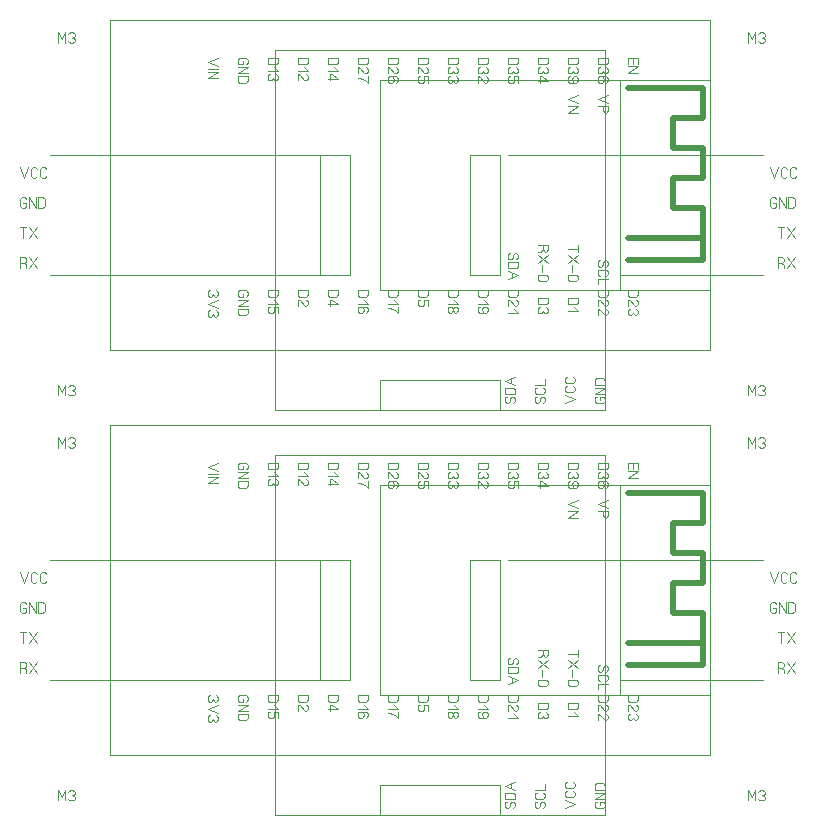
<source format=gbr>
%FSLAX34Y34*%
%MOMM*%
%LNCOPPER_BOTTOM*%
G71*
G01*
%ADD10C, 0.10*%
%ADD11C, 0.50*%
%ADD12C, 0.11*%
%LPD*%
G54D10*
X95250Y977900D02*
X603250Y977900D01*
X603250Y698500D01*
X95250Y698500D01*
X95250Y977900D01*
G54D10*
X603250Y927100D02*
X323850Y927100D01*
X323850Y749300D01*
X603250Y749300D01*
G54D10*
X527050Y927100D02*
X527050Y749300D01*
G54D11*
X533400Y774700D02*
X596900Y774700D01*
X596900Y819150D01*
X571500Y819150D01*
X571500Y844550D01*
X596900Y844550D01*
X596900Y869950D01*
X571500Y869950D01*
X571500Y895350D01*
X596900Y895350D01*
X596900Y920750D01*
X533400Y920750D01*
G54D11*
X533400Y793750D02*
X596900Y793750D01*
G54D12*
X186689Y946150D02*
X177800Y942817D01*
X186689Y939483D01*
G54D12*
X177800Y937039D02*
X186689Y937039D01*
G54D12*
X177800Y934595D02*
X186689Y934595D01*
X177800Y929262D01*
X186689Y929262D01*
G54D12*
X207644Y943483D02*
X207644Y940817D01*
X204867Y940817D01*
X203756Y941483D01*
X203200Y942817D01*
X203200Y944150D01*
X203756Y945483D01*
X204867Y946150D01*
X210422Y946150D01*
X211533Y945483D01*
X212089Y944150D01*
X212089Y942817D01*
X211533Y941483D01*
X210422Y940817D01*
G54D12*
X203200Y938373D02*
X212089Y938373D01*
X203200Y933040D01*
X212089Y933040D01*
G54D12*
X203200Y930596D02*
X212089Y930596D01*
X212089Y927263D01*
X211533Y925929D01*
X210422Y925263D01*
X204867Y925263D01*
X203756Y925929D01*
X203200Y927263D01*
X203200Y930596D01*
G54D12*
X228600Y946150D02*
X237489Y946150D01*
X237489Y942817D01*
X236933Y941483D01*
X235822Y940817D01*
X230267Y940817D01*
X229156Y941483D01*
X228600Y942817D01*
X228600Y946150D01*
G54D12*
X234156Y938373D02*
X237489Y935040D01*
X228600Y935040D01*
G54D12*
X235822Y932596D02*
X236933Y931929D01*
X237489Y930596D01*
X237489Y929263D01*
X236933Y927929D01*
X235822Y927263D01*
X234711Y927263D01*
X233600Y927929D01*
X233044Y929263D01*
X232489Y927929D01*
X231378Y927263D01*
X230267Y927263D01*
X229156Y927929D01*
X228600Y929263D01*
X228600Y930596D01*
X229156Y931929D01*
X230267Y932596D01*
G54D12*
X254000Y946150D02*
X262889Y946150D01*
X262889Y942817D01*
X262333Y941483D01*
X261222Y940817D01*
X255667Y940817D01*
X254556Y941483D01*
X254000Y942817D01*
X254000Y946150D01*
G54D12*
X259556Y938373D02*
X262889Y935040D01*
X254000Y935040D01*
G54D12*
X254000Y927263D02*
X254000Y932596D01*
X254556Y932596D01*
X255667Y931929D01*
X259000Y927929D01*
X260111Y927263D01*
X261222Y927263D01*
X262333Y927929D01*
X262889Y929263D01*
X262889Y930596D01*
X262333Y931929D01*
X261222Y932596D01*
G54D12*
X279400Y946150D02*
X288289Y946150D01*
X288289Y942817D01*
X287733Y941483D01*
X286622Y940817D01*
X281067Y940817D01*
X279956Y941483D01*
X279400Y942817D01*
X279400Y946150D01*
G54D12*
X284956Y938373D02*
X288289Y935040D01*
X279400Y935040D01*
G54D12*
X279400Y928596D02*
X288289Y928596D01*
X282733Y932596D01*
X281622Y932596D01*
X281622Y927263D01*
G54D12*
X304800Y946150D02*
X313689Y946150D01*
X313689Y942817D01*
X313133Y941483D01*
X312022Y940817D01*
X306467Y940817D01*
X305356Y941483D01*
X304800Y942817D01*
X304800Y946150D01*
G54D12*
X304800Y933040D02*
X304800Y938373D01*
X305356Y938373D01*
X306467Y937706D01*
X309800Y933706D01*
X310911Y933040D01*
X312022Y933040D01*
X313133Y933706D01*
X313689Y935040D01*
X313689Y936373D01*
X313133Y937706D01*
X312022Y938373D01*
G54D12*
X313689Y930596D02*
X313689Y925263D01*
X312578Y925929D01*
X310911Y927263D01*
X308689Y928596D01*
X307022Y929263D01*
X304800Y929263D01*
G54D12*
X330200Y946150D02*
X339089Y946150D01*
X339089Y942817D01*
X338533Y941483D01*
X337422Y940817D01*
X331867Y940817D01*
X330756Y941483D01*
X330200Y942817D01*
X330200Y946150D01*
G54D12*
X330200Y933040D02*
X330200Y938373D01*
X330756Y938373D01*
X331867Y937706D01*
X335200Y933706D01*
X336311Y933040D01*
X337422Y933040D01*
X338533Y933706D01*
X339089Y935040D01*
X339089Y936373D01*
X338533Y937706D01*
X337422Y938373D01*
G54D12*
X337422Y925263D02*
X338533Y925929D01*
X339089Y927263D01*
X339089Y928596D01*
X338533Y929929D01*
X337422Y930596D01*
X334644Y930596D01*
X334089Y930596D01*
X335200Y928596D01*
X335200Y927263D01*
X334644Y925929D01*
X333533Y925263D01*
X331867Y925263D01*
X330756Y925929D01*
X330200Y927263D01*
X330200Y928596D01*
X330756Y929929D01*
X331867Y930596D01*
X334644Y930596D01*
G54D12*
X355600Y946150D02*
X364489Y946150D01*
X364489Y942817D01*
X363933Y941483D01*
X362822Y940817D01*
X357267Y940817D01*
X356156Y941483D01*
X355600Y942817D01*
X355600Y946150D01*
G54D12*
X355600Y933040D02*
X355600Y938373D01*
X356156Y938373D01*
X357267Y937706D01*
X360600Y933706D01*
X361711Y933040D01*
X362822Y933040D01*
X363933Y933706D01*
X364489Y935040D01*
X364489Y936373D01*
X363933Y937706D01*
X362822Y938373D01*
G54D12*
X364489Y925263D02*
X364489Y930596D01*
X360600Y930596D01*
X360600Y929929D01*
X361156Y928596D01*
X361156Y927263D01*
X360600Y925929D01*
X359489Y925263D01*
X357267Y925263D01*
X356156Y925929D01*
X355600Y927263D01*
X355600Y928596D01*
X356156Y929929D01*
X357267Y930596D01*
G54D12*
X381000Y946150D02*
X389889Y946150D01*
X389889Y942817D01*
X389333Y941483D01*
X388222Y940817D01*
X382667Y940817D01*
X381556Y941483D01*
X381000Y942817D01*
X381000Y946150D01*
G54D12*
X388222Y938373D02*
X389333Y937706D01*
X389889Y936373D01*
X389889Y935040D01*
X389333Y933706D01*
X388222Y933040D01*
X387111Y933040D01*
X386000Y933706D01*
X385444Y935040D01*
X384889Y933706D01*
X383778Y933040D01*
X382667Y933040D01*
X381556Y933706D01*
X381000Y935040D01*
X381000Y936373D01*
X381556Y937706D01*
X382667Y938373D01*
G54D12*
X388222Y930596D02*
X389333Y929929D01*
X389889Y928596D01*
X389889Y927263D01*
X389333Y925929D01*
X388222Y925263D01*
X387111Y925263D01*
X386000Y925929D01*
X385444Y927263D01*
X384889Y925929D01*
X383778Y925263D01*
X382667Y925263D01*
X381556Y925929D01*
X381000Y927263D01*
X381000Y928596D01*
X381556Y929929D01*
X382667Y930596D01*
G54D12*
X406400Y946150D02*
X415289Y946150D01*
X415289Y942817D01*
X414733Y941483D01*
X413622Y940817D01*
X408067Y940817D01*
X406956Y941483D01*
X406400Y942817D01*
X406400Y946150D01*
G54D12*
X413622Y938373D02*
X414733Y937706D01*
X415289Y936373D01*
X415289Y935040D01*
X414733Y933706D01*
X413622Y933040D01*
X412511Y933040D01*
X411400Y933706D01*
X410844Y935040D01*
X410289Y933706D01*
X409178Y933040D01*
X408067Y933040D01*
X406956Y933706D01*
X406400Y935040D01*
X406400Y936373D01*
X406956Y937706D01*
X408067Y938373D01*
G54D12*
X406400Y925263D02*
X406400Y930596D01*
X406956Y930596D01*
X408067Y929929D01*
X411400Y925929D01*
X412511Y925263D01*
X413622Y925263D01*
X414733Y925929D01*
X415289Y927263D01*
X415289Y928596D01*
X414733Y929929D01*
X413622Y930596D01*
G54D12*
X431800Y946150D02*
X440689Y946150D01*
X440689Y942817D01*
X440133Y941483D01*
X439022Y940817D01*
X433467Y940817D01*
X432356Y941483D01*
X431800Y942817D01*
X431800Y946150D01*
G54D12*
X439022Y938373D02*
X440133Y937706D01*
X440689Y936373D01*
X440689Y935040D01*
X440133Y933706D01*
X439022Y933040D01*
X437911Y933040D01*
X436800Y933706D01*
X436244Y935040D01*
X435689Y933706D01*
X434578Y933040D01*
X433467Y933040D01*
X432356Y933706D01*
X431800Y935040D01*
X431800Y936373D01*
X432356Y937706D01*
X433467Y938373D01*
G54D12*
X440689Y925263D02*
X440689Y930596D01*
X436800Y930596D01*
X436800Y929929D01*
X437356Y928596D01*
X437356Y927263D01*
X436800Y925929D01*
X435689Y925263D01*
X433467Y925263D01*
X432356Y925929D01*
X431800Y927263D01*
X431800Y928596D01*
X432356Y929929D01*
X433467Y930596D01*
G54D12*
X457200Y946150D02*
X466089Y946150D01*
X466089Y942817D01*
X465533Y941483D01*
X464422Y940817D01*
X458867Y940817D01*
X457756Y941483D01*
X457200Y942817D01*
X457200Y946150D01*
G54D12*
X464422Y938373D02*
X465533Y937706D01*
X466089Y936373D01*
X466089Y935040D01*
X465533Y933706D01*
X464422Y933040D01*
X463311Y933040D01*
X462200Y933706D01*
X461644Y935040D01*
X461089Y933706D01*
X459978Y933040D01*
X458867Y933040D01*
X457756Y933706D01*
X457200Y935040D01*
X457200Y936373D01*
X457756Y937706D01*
X458867Y938373D01*
G54D12*
X457200Y926596D02*
X466089Y926596D01*
X460533Y930596D01*
X459422Y930596D01*
X459422Y925263D01*
G54D12*
X482600Y946150D02*
X491489Y946150D01*
X491489Y942817D01*
X490933Y941483D01*
X489822Y940817D01*
X484267Y940817D01*
X483156Y941483D01*
X482600Y942817D01*
X482600Y946150D01*
G54D12*
X489822Y938373D02*
X490933Y937706D01*
X491489Y936373D01*
X491489Y935040D01*
X490933Y933706D01*
X489822Y933040D01*
X488711Y933040D01*
X487600Y933706D01*
X487044Y935040D01*
X486489Y933706D01*
X485378Y933040D01*
X484267Y933040D01*
X483156Y933706D01*
X482600Y935040D01*
X482600Y936373D01*
X483156Y937706D01*
X484267Y938373D01*
G54D12*
X484267Y930596D02*
X483156Y929929D01*
X482600Y928596D01*
X482600Y927263D01*
X483156Y925929D01*
X484267Y925263D01*
X487044Y925263D01*
X487600Y925263D01*
X486489Y927263D01*
X486489Y928596D01*
X487044Y929929D01*
X488156Y930596D01*
X489822Y930596D01*
X490933Y929929D01*
X491489Y928596D01*
X491489Y927263D01*
X490933Y925929D01*
X489822Y925263D01*
X487044Y925263D01*
G54D12*
X508000Y946150D02*
X516889Y946150D01*
X516889Y942817D01*
X516333Y941483D01*
X515222Y940817D01*
X509667Y940817D01*
X508556Y941483D01*
X508000Y942817D01*
X508000Y946150D01*
G54D12*
X515222Y938373D02*
X516333Y937706D01*
X516889Y936373D01*
X516889Y935040D01*
X516333Y933706D01*
X515222Y933040D01*
X514111Y933040D01*
X513000Y933706D01*
X512444Y935040D01*
X511889Y933706D01*
X510778Y933040D01*
X509667Y933040D01*
X508556Y933706D01*
X508000Y935040D01*
X508000Y936373D01*
X508556Y937706D01*
X509667Y938373D01*
G54D12*
X515222Y925263D02*
X516333Y925929D01*
X516889Y927263D01*
X516889Y928596D01*
X516333Y929929D01*
X515222Y930596D01*
X512444Y930596D01*
X511889Y930596D01*
X513000Y928596D01*
X513000Y927263D01*
X512444Y925929D01*
X511333Y925263D01*
X509667Y925263D01*
X508556Y925929D01*
X508000Y927263D01*
X508000Y928596D01*
X508556Y929929D01*
X509667Y930596D01*
X512444Y930596D01*
G54D12*
X533400Y941483D02*
X533400Y946150D01*
X542289Y946150D01*
X542289Y941483D01*
G54D12*
X537844Y946150D02*
X537844Y941483D01*
G54D12*
X533400Y939039D02*
X542289Y939039D01*
X533400Y933706D01*
X542289Y933706D01*
G54D12*
X533400Y749300D02*
X542289Y749300D01*
X542289Y745967D01*
X541733Y744633D01*
X540622Y743967D01*
X535067Y743967D01*
X533956Y744633D01*
X533400Y745967D01*
X533400Y749300D01*
G54D12*
X533400Y736190D02*
X533400Y741523D01*
X533956Y741523D01*
X535067Y740856D01*
X538400Y736856D01*
X539511Y736190D01*
X540622Y736190D01*
X541733Y736856D01*
X542289Y738190D01*
X542289Y739523D01*
X541733Y740856D01*
X540622Y741523D01*
G54D12*
X540622Y733746D02*
X541733Y733079D01*
X542289Y731746D01*
X542289Y730413D01*
X541733Y729079D01*
X540622Y728413D01*
X539511Y728413D01*
X538400Y729079D01*
X537844Y730413D01*
X537289Y729079D01*
X536178Y728413D01*
X535067Y728413D01*
X533956Y729079D01*
X533400Y730413D01*
X533400Y731746D01*
X533956Y733079D01*
X535067Y733746D01*
G54D12*
X508000Y749300D02*
X516889Y749300D01*
X516889Y745967D01*
X516333Y744633D01*
X515222Y743967D01*
X509667Y743967D01*
X508556Y744633D01*
X508000Y745967D01*
X508000Y749300D01*
G54D12*
X508000Y736190D02*
X508000Y741523D01*
X508556Y741523D01*
X509667Y740856D01*
X513000Y736856D01*
X514111Y736190D01*
X515222Y736190D01*
X516333Y736856D01*
X516889Y738190D01*
X516889Y739523D01*
X516333Y740856D01*
X515222Y741523D01*
G54D12*
X508000Y728413D02*
X508000Y733746D01*
X508556Y733746D01*
X509667Y733079D01*
X513000Y729079D01*
X514111Y728413D01*
X515222Y728413D01*
X516333Y729079D01*
X516889Y730413D01*
X516889Y731746D01*
X516333Y733079D01*
X515222Y733746D01*
G54D12*
X482600Y742950D02*
X491489Y742950D01*
X491489Y739617D01*
X490933Y738283D01*
X489822Y737617D01*
X484267Y737617D01*
X483156Y738283D01*
X482600Y739617D01*
X482600Y742950D01*
G54D12*
X488156Y735173D02*
X491489Y731840D01*
X482600Y731840D01*
G54D12*
X457200Y742950D02*
X466089Y742950D01*
X466089Y739617D01*
X465533Y738283D01*
X464422Y737617D01*
X458867Y737617D01*
X457756Y738283D01*
X457200Y739617D01*
X457200Y742950D01*
G54D12*
X464422Y735173D02*
X465533Y734506D01*
X466089Y733173D01*
X466089Y731840D01*
X465533Y730506D01*
X464422Y729840D01*
X463311Y729840D01*
X462200Y730506D01*
X461644Y731840D01*
X461089Y730506D01*
X459978Y729840D01*
X458867Y729840D01*
X457756Y730506D01*
X457200Y731840D01*
X457200Y733173D01*
X457756Y734506D01*
X458867Y735173D01*
G54D12*
X431800Y749300D02*
X440689Y749300D01*
X440689Y745967D01*
X440133Y744633D01*
X439022Y743967D01*
X433467Y743967D01*
X432356Y744633D01*
X431800Y745967D01*
X431800Y749300D01*
G54D12*
X431800Y736190D02*
X431800Y741523D01*
X432356Y741523D01*
X433467Y740856D01*
X436800Y736856D01*
X437911Y736190D01*
X439022Y736190D01*
X440133Y736856D01*
X440689Y738190D01*
X440689Y739523D01*
X440133Y740856D01*
X439022Y741523D01*
G54D12*
X437356Y733746D02*
X440689Y730413D01*
X431800Y730413D01*
G54D12*
X406400Y749300D02*
X415289Y749300D01*
X415289Y745967D01*
X414733Y744633D01*
X413622Y743967D01*
X408067Y743967D01*
X406956Y744633D01*
X406400Y745967D01*
X406400Y749300D01*
G54D12*
X411956Y741523D02*
X415289Y738190D01*
X406400Y738190D01*
G54D12*
X408067Y735746D02*
X406956Y735079D01*
X406400Y733746D01*
X406400Y732413D01*
X406956Y731079D01*
X408067Y730413D01*
X410844Y730413D01*
X411400Y730413D01*
X410289Y732413D01*
X410289Y733746D01*
X410844Y735079D01*
X411956Y735746D01*
X413622Y735746D01*
X414733Y735079D01*
X415289Y733746D01*
X415289Y732413D01*
X414733Y731079D01*
X413622Y730413D01*
X410844Y730413D01*
G54D12*
X381000Y749300D02*
X389889Y749300D01*
X389889Y745967D01*
X389333Y744633D01*
X388222Y743967D01*
X382667Y743967D01*
X381556Y744633D01*
X381000Y745967D01*
X381000Y749300D01*
G54D12*
X386556Y741523D02*
X389889Y738190D01*
X381000Y738190D01*
G54D12*
X385444Y732413D02*
X385444Y733746D01*
X386000Y735079D01*
X387111Y735746D01*
X388222Y735746D01*
X389333Y735079D01*
X389889Y733746D01*
X389889Y732413D01*
X389333Y731079D01*
X388222Y730413D01*
X387111Y730413D01*
X386000Y731079D01*
X385444Y732413D01*
X384889Y731079D01*
X383778Y730413D01*
X382667Y730413D01*
X381556Y731079D01*
X381000Y732413D01*
X381000Y733746D01*
X381556Y735079D01*
X382667Y735746D01*
X383778Y735746D01*
X384889Y735079D01*
X385444Y733746D01*
G54D12*
X355600Y749300D02*
X364489Y749300D01*
X364489Y745967D01*
X363933Y744633D01*
X362822Y743967D01*
X357267Y743967D01*
X356156Y744633D01*
X355600Y745967D01*
X355600Y749300D01*
G54D12*
X364489Y736190D02*
X364489Y741523D01*
X360600Y741523D01*
X360600Y740856D01*
X361156Y739523D01*
X361156Y738190D01*
X360600Y736856D01*
X359489Y736190D01*
X357267Y736190D01*
X356156Y736856D01*
X355600Y738190D01*
X355600Y739523D01*
X356156Y740856D01*
X357267Y741523D01*
G54D12*
X330200Y749300D02*
X339089Y749300D01*
X339089Y745967D01*
X338533Y744633D01*
X337422Y743967D01*
X331867Y743967D01*
X330756Y744633D01*
X330200Y745967D01*
X330200Y749300D01*
G54D12*
X335756Y741523D02*
X339089Y738190D01*
X330200Y738190D01*
G54D12*
X339089Y735746D02*
X339089Y730413D01*
X337978Y731079D01*
X336311Y732413D01*
X334089Y733746D01*
X332422Y734413D01*
X330200Y734413D01*
G54D12*
X304800Y749300D02*
X313689Y749300D01*
X313689Y745967D01*
X313133Y744633D01*
X312022Y743967D01*
X306467Y743967D01*
X305356Y744633D01*
X304800Y745967D01*
X304800Y749300D01*
G54D12*
X310356Y741523D02*
X313689Y738190D01*
X304800Y738190D01*
G54D12*
X312022Y730413D02*
X313133Y731079D01*
X313689Y732413D01*
X313689Y733746D01*
X313133Y735079D01*
X312022Y735746D01*
X309244Y735746D01*
X308689Y735746D01*
X309800Y733746D01*
X309800Y732413D01*
X309244Y731079D01*
X308133Y730413D01*
X306467Y730413D01*
X305356Y731079D01*
X304800Y732413D01*
X304800Y733746D01*
X305356Y735079D01*
X306467Y735746D01*
X309244Y735746D01*
G54D12*
X279400Y749300D02*
X288289Y749300D01*
X288289Y745967D01*
X287733Y744633D01*
X286622Y743967D01*
X281067Y743967D01*
X279956Y744633D01*
X279400Y745967D01*
X279400Y749300D01*
G54D12*
X279400Y737523D02*
X288289Y737523D01*
X282733Y741523D01*
X281622Y741523D01*
X281622Y736190D01*
G54D12*
X254000Y749300D02*
X262889Y749300D01*
X262889Y745967D01*
X262333Y744633D01*
X261222Y743967D01*
X255667Y743967D01*
X254556Y744633D01*
X254000Y745967D01*
X254000Y749300D01*
G54D12*
X254000Y736190D02*
X254000Y741523D01*
X254556Y741523D01*
X255667Y740856D01*
X259000Y736856D01*
X260111Y736190D01*
X261222Y736190D01*
X262333Y736856D01*
X262889Y738190D01*
X262889Y739523D01*
X262333Y740856D01*
X261222Y741523D01*
G54D12*
X228600Y749300D02*
X237489Y749300D01*
X237489Y745967D01*
X236933Y744633D01*
X235822Y743967D01*
X230267Y743967D01*
X229156Y744633D01*
X228600Y745967D01*
X228600Y749300D01*
G54D12*
X234156Y741523D02*
X237489Y738190D01*
X228600Y738190D01*
G54D12*
X237489Y730413D02*
X237489Y735746D01*
X233600Y735746D01*
X233600Y735079D01*
X234156Y733746D01*
X234156Y732413D01*
X233600Y731079D01*
X232489Y730413D01*
X230267Y730413D01*
X229156Y731079D01*
X228600Y732413D01*
X228600Y733746D01*
X229156Y735079D01*
X230267Y735746D01*
G54D12*
X207644Y746633D02*
X207644Y743967D01*
X204867Y743967D01*
X203756Y744633D01*
X203200Y745967D01*
X203200Y747300D01*
X203756Y748633D01*
X204867Y749300D01*
X210422Y749300D01*
X211533Y748633D01*
X212089Y747300D01*
X212089Y745967D01*
X211533Y744633D01*
X210422Y743967D01*
G54D12*
X203200Y741523D02*
X212089Y741523D01*
X203200Y736190D01*
X212089Y736190D01*
G54D12*
X203200Y733746D02*
X212089Y733746D01*
X212089Y730413D01*
X211533Y729079D01*
X210422Y728413D01*
X204867Y728413D01*
X203756Y729079D01*
X203200Y730413D01*
X203200Y733746D01*
G54D12*
X185022Y749300D02*
X186133Y748633D01*
X186689Y747300D01*
X186689Y745967D01*
X186133Y744633D01*
X185022Y743967D01*
X183911Y743967D01*
X182800Y744633D01*
X182244Y745967D01*
X181689Y744633D01*
X180578Y743967D01*
X179467Y743967D01*
X178356Y744633D01*
X177800Y745967D01*
X177800Y747300D01*
X178356Y748633D01*
X179467Y749300D01*
G54D12*
X186689Y741523D02*
X177800Y738190D01*
X186689Y734856D01*
G54D12*
X185022Y732412D02*
X186133Y731745D01*
X186689Y730412D01*
X186689Y729079D01*
X186133Y727745D01*
X185022Y727079D01*
X183911Y727079D01*
X182800Y727745D01*
X182244Y729079D01*
X181689Y727745D01*
X180578Y727079D01*
X179467Y727079D01*
X178356Y727745D01*
X177800Y729079D01*
X177800Y730412D01*
X178356Y731745D01*
X179467Y732412D01*
G54D12*
X516889Y914400D02*
X508000Y911067D01*
X516889Y907733D01*
G54D12*
X508000Y905289D02*
X516889Y905289D01*
X516889Y901956D01*
X516333Y900622D01*
X515222Y899956D01*
X514111Y899956D01*
X513000Y900622D01*
X512444Y901956D01*
X512444Y905289D01*
G54D12*
X491489Y914400D02*
X482600Y911067D01*
X491489Y907733D01*
G54D12*
X482600Y905289D02*
X491489Y905289D01*
X482600Y899956D01*
X491489Y899956D01*
G54D12*
X461644Y784733D02*
X460533Y782733D01*
X459422Y782067D01*
X457200Y782067D01*
G54D12*
X457200Y787400D02*
X466089Y787400D01*
X466089Y784067D01*
X465533Y782733D01*
X464422Y782067D01*
X463311Y782067D01*
X462200Y782733D01*
X461644Y784067D01*
X461644Y787400D01*
G54D12*
X466089Y779623D02*
X457200Y772956D01*
G54D12*
X457200Y779623D02*
X466089Y772956D01*
G54D12*
X461089Y770512D02*
X461089Y765179D01*
G54D12*
X464422Y757402D02*
X458867Y757402D01*
X457756Y758068D01*
X457200Y759402D01*
X457200Y760735D01*
X457756Y762068D01*
X458867Y762735D01*
X464422Y762735D01*
X465533Y762068D01*
X466089Y760735D01*
X466089Y759402D01*
X465533Y758068D01*
X464422Y757402D01*
G54D12*
X482600Y784733D02*
X491489Y784733D01*
G54D12*
X491489Y787400D02*
X491489Y782067D01*
G54D12*
X491489Y779623D02*
X482600Y772956D01*
G54D12*
X482600Y779623D02*
X491489Y772956D01*
G54D12*
X486489Y770512D02*
X486489Y765179D01*
G54D12*
X489822Y757402D02*
X484267Y757402D01*
X483156Y758068D01*
X482600Y759402D01*
X482600Y760735D01*
X483156Y762068D01*
X484267Y762735D01*
X489822Y762735D01*
X490933Y762068D01*
X491489Y760735D01*
X491489Y759402D01*
X490933Y758068D01*
X489822Y757402D01*
G54D12*
X509667Y774700D02*
X508556Y774033D01*
X508000Y772700D01*
X508000Y771367D01*
X508556Y770033D01*
X509667Y769367D01*
X510778Y769367D01*
X511889Y770033D01*
X512444Y771367D01*
X512444Y772700D01*
X513000Y774033D01*
X514111Y774700D01*
X515222Y774700D01*
X516333Y774033D01*
X516889Y772700D01*
X516889Y771367D01*
X516333Y770033D01*
X515222Y769367D01*
G54D12*
X509667Y761590D02*
X508556Y762256D01*
X508000Y763590D01*
X508000Y764923D01*
X508556Y766256D01*
X509667Y766923D01*
X515222Y766923D01*
X516333Y766256D01*
X516889Y764923D01*
X516889Y763590D01*
X516333Y762256D01*
X515222Y761590D01*
G54D12*
X516889Y759146D02*
X508000Y759146D01*
X508000Y754479D01*
G54D12*
X433467Y781050D02*
X432356Y780383D01*
X431800Y779050D01*
X431800Y777717D01*
X432356Y776383D01*
X433467Y775717D01*
X434578Y775717D01*
X435689Y776383D01*
X436244Y777717D01*
X436244Y779050D01*
X436800Y780383D01*
X437911Y781050D01*
X439022Y781050D01*
X440133Y780383D01*
X440689Y779050D01*
X440689Y777717D01*
X440133Y776383D01*
X439022Y775717D01*
G54D12*
X431800Y773273D02*
X440689Y773273D01*
X440689Y769940D01*
X440133Y768606D01*
X439022Y767940D01*
X433467Y767940D01*
X432356Y768606D01*
X431800Y769940D01*
X431800Y773273D01*
G54D12*
X431800Y765496D02*
X440689Y762163D01*
X431800Y758829D01*
G54D12*
X435133Y764163D02*
X435133Y760163D01*
G54D10*
X425450Y647700D02*
X323850Y647700D01*
X323850Y673100D01*
X425450Y673100D01*
X425450Y647700D01*
G54D10*
X425450Y647700D02*
X514350Y647700D01*
X514350Y952500D01*
X234950Y952500D01*
X234950Y647700D01*
X323850Y647700D01*
G54D10*
X425450Y863600D02*
X425450Y762000D01*
X400050Y762000D01*
X400050Y863600D01*
X425450Y863600D01*
G54D12*
X509906Y656717D02*
X509906Y659383D01*
X512683Y659383D01*
X513794Y658717D01*
X514350Y657383D01*
X514350Y656050D01*
X513794Y654717D01*
X512683Y654050D01*
X507128Y654050D01*
X506017Y654717D01*
X505461Y656050D01*
X505461Y657383D01*
X506017Y658717D01*
X507128Y659383D01*
G54D12*
X514350Y661827D02*
X505461Y661827D01*
X514350Y667160D01*
X505461Y667160D01*
G54D12*
X514350Y669604D02*
X505461Y669604D01*
X505461Y672937D01*
X506017Y674271D01*
X507128Y674937D01*
X512683Y674937D01*
X513794Y674271D01*
X514350Y672937D01*
X514350Y669604D01*
G54D12*
X480061Y654050D02*
X488950Y657383D01*
X480061Y660717D01*
G54D12*
X487283Y668494D02*
X488394Y667828D01*
X488950Y666494D01*
X488950Y665161D01*
X488394Y663828D01*
X487283Y663161D01*
X481728Y663161D01*
X480617Y663828D01*
X480061Y665161D01*
X480061Y666494D01*
X480617Y667828D01*
X481728Y668494D01*
G54D12*
X487283Y676271D02*
X488394Y675605D01*
X488950Y674271D01*
X488950Y672938D01*
X488394Y671605D01*
X487283Y670938D01*
X481728Y670938D01*
X480617Y671605D01*
X480061Y672938D01*
X480061Y674271D01*
X480617Y675605D01*
X481728Y676271D01*
G54D12*
X461883Y654050D02*
X462994Y654717D01*
X463550Y656050D01*
X463550Y657383D01*
X462994Y658717D01*
X461883Y659383D01*
X460772Y659383D01*
X459661Y658717D01*
X459106Y657383D01*
X459106Y656050D01*
X458550Y654717D01*
X457439Y654050D01*
X456328Y654050D01*
X455217Y654717D01*
X454661Y656050D01*
X454661Y657383D01*
X455217Y658717D01*
X456328Y659383D01*
G54D12*
X461883Y667160D02*
X462994Y666494D01*
X463550Y665160D01*
X463550Y663827D01*
X462994Y662494D01*
X461883Y661827D01*
X456328Y661827D01*
X455217Y662494D01*
X454661Y663827D01*
X454661Y665160D01*
X455217Y666494D01*
X456328Y667160D01*
G54D12*
X454661Y669604D02*
X463550Y669604D01*
X463550Y674271D01*
G54D12*
X436483Y654050D02*
X437594Y654717D01*
X438150Y656050D01*
X438150Y657383D01*
X437594Y658717D01*
X436483Y659383D01*
X435372Y659383D01*
X434261Y658717D01*
X433706Y657383D01*
X433706Y656050D01*
X433150Y654717D01*
X432039Y654050D01*
X430928Y654050D01*
X429817Y654717D01*
X429261Y656050D01*
X429261Y657383D01*
X429817Y658717D01*
X430928Y659383D01*
G54D12*
X438150Y661827D02*
X429261Y661827D01*
X429261Y665160D01*
X429817Y666494D01*
X430928Y667160D01*
X436483Y667160D01*
X437594Y666494D01*
X438150Y665160D01*
X438150Y661827D01*
G54D12*
X438150Y669604D02*
X429261Y672937D01*
X438150Y676271D01*
G54D12*
X434817Y670937D02*
X434817Y674937D01*
G54D12*
X663067Y772794D02*
X665067Y771683D01*
X665733Y770572D01*
X665733Y768350D01*
G54D12*
X660400Y768350D02*
X660400Y777239D01*
X663733Y777239D01*
X665067Y776683D01*
X665733Y775572D01*
X665733Y774461D01*
X665067Y773350D01*
X663733Y772794D01*
X660400Y772794D01*
G54D12*
X668177Y777239D02*
X674844Y768350D01*
G54D12*
X668177Y768350D02*
X674844Y777239D01*
G54D12*
X663067Y793750D02*
X663067Y802639D01*
G54D12*
X660400Y802639D02*
X665733Y802639D01*
G54D12*
X668177Y802639D02*
X674844Y793750D01*
G54D12*
X668177Y793750D02*
X674844Y802639D01*
G54D12*
X654050Y853439D02*
X657383Y844550D01*
X660717Y853439D01*
G54D12*
X668494Y846217D02*
X667828Y845106D01*
X666494Y844550D01*
X665161Y844550D01*
X663828Y845106D01*
X663161Y846217D01*
X663161Y851772D01*
X663828Y852883D01*
X665161Y853439D01*
X666494Y853439D01*
X667828Y852883D01*
X668494Y851772D01*
G54D12*
X676271Y846217D02*
X675605Y845106D01*
X674271Y844550D01*
X672938Y844550D01*
X671605Y845106D01*
X670938Y846217D01*
X670938Y851772D01*
X671605Y852883D01*
X672938Y853439D01*
X674271Y853439D01*
X675605Y852883D01*
X676271Y851772D01*
G54D12*
X656717Y823594D02*
X659383Y823594D01*
X659383Y820817D01*
X658717Y819706D01*
X657383Y819150D01*
X656050Y819150D01*
X654717Y819706D01*
X654050Y820817D01*
X654050Y826372D01*
X654717Y827483D01*
X656050Y828039D01*
X657383Y828039D01*
X658717Y827483D01*
X659383Y826372D01*
G54D12*
X661827Y819150D02*
X661827Y828039D01*
X667160Y819150D01*
X667160Y828039D01*
G54D12*
X669604Y819150D02*
X669604Y828039D01*
X672937Y828039D01*
X674271Y827483D01*
X674937Y826372D01*
X674937Y820817D01*
X674271Y819706D01*
X672937Y819150D01*
X669604Y819150D01*
G54D12*
X50800Y958850D02*
X50800Y967739D01*
X54133Y962183D01*
X57467Y967739D01*
X57467Y958850D01*
G54D12*
X59911Y966072D02*
X60578Y967183D01*
X61911Y967739D01*
X63244Y967739D01*
X64578Y967183D01*
X65244Y966072D01*
X65244Y964961D01*
X64578Y963850D01*
X63244Y963294D01*
X64578Y962739D01*
X65244Y961628D01*
X65244Y960517D01*
X64578Y959406D01*
X63244Y958850D01*
X61911Y958850D01*
X60578Y959406D01*
X59911Y960517D01*
G54D12*
X50800Y660400D02*
X50800Y669289D01*
X54133Y663733D01*
X57467Y669289D01*
X57467Y660400D01*
G54D12*
X59911Y667622D02*
X60578Y668733D01*
X61911Y669289D01*
X63244Y669289D01*
X64578Y668733D01*
X65244Y667622D01*
X65244Y666511D01*
X64578Y665400D01*
X63244Y664844D01*
X64578Y664289D01*
X65244Y663178D01*
X65244Y662067D01*
X64578Y660956D01*
X63244Y660400D01*
X61911Y660400D01*
X60578Y660956D01*
X59911Y662067D01*
G54D12*
X635000Y958850D02*
X635000Y967739D01*
X638333Y962183D01*
X641667Y967739D01*
X641667Y958850D01*
G54D12*
X644111Y966072D02*
X644778Y967183D01*
X646111Y967739D01*
X647444Y967739D01*
X648778Y967183D01*
X649444Y966072D01*
X649444Y964961D01*
X648778Y963850D01*
X647444Y963294D01*
X648778Y962739D01*
X649444Y961628D01*
X649444Y960517D01*
X648778Y959406D01*
X647444Y958850D01*
X646111Y958850D01*
X644778Y959406D01*
X644111Y960517D01*
G54D12*
X635000Y660400D02*
X635000Y669289D01*
X638333Y663733D01*
X641667Y669289D01*
X641667Y660400D01*
G54D12*
X644111Y667622D02*
X644778Y668733D01*
X646111Y669289D01*
X647444Y669289D01*
X648778Y668733D01*
X649444Y667622D01*
X649444Y666511D01*
X648778Y665400D01*
X647444Y664844D01*
X648778Y664289D01*
X649444Y663178D01*
X649444Y662067D01*
X648778Y660956D01*
X647444Y660400D01*
X646111Y660400D01*
X644778Y660956D01*
X644111Y662067D01*
G54D10*
X298450Y863600D02*
X298450Y762000D01*
X273050Y762000D01*
X273050Y863600D01*
X298450Y863600D01*
G54D12*
X21717Y772794D02*
X23717Y771683D01*
X24383Y770572D01*
X24383Y768350D01*
G54D12*
X19050Y768350D02*
X19050Y777239D01*
X22383Y777239D01*
X23717Y776683D01*
X24383Y775572D01*
X24383Y774461D01*
X23717Y773350D01*
X22383Y772794D01*
X19050Y772794D01*
G54D12*
X26827Y777239D02*
X33494Y768350D01*
G54D12*
X26827Y768350D02*
X33494Y777239D01*
G54D12*
X21717Y793750D02*
X21717Y802639D01*
G54D12*
X19050Y802639D02*
X24383Y802639D01*
G54D12*
X26827Y802639D02*
X33494Y793750D01*
G54D12*
X26827Y793750D02*
X33494Y802639D01*
G54D12*
X19050Y853439D02*
X22383Y844550D01*
X25717Y853439D01*
G54D12*
X33494Y846217D02*
X32828Y845106D01*
X31494Y844550D01*
X30161Y844550D01*
X28828Y845106D01*
X28161Y846217D01*
X28161Y851772D01*
X28828Y852883D01*
X30161Y853439D01*
X31494Y853439D01*
X32828Y852883D01*
X33494Y851772D01*
G54D12*
X41271Y846217D02*
X40605Y845106D01*
X39271Y844550D01*
X37938Y844550D01*
X36605Y845106D01*
X35938Y846217D01*
X35938Y851772D01*
X36605Y852883D01*
X37938Y853439D01*
X39271Y853439D01*
X40605Y852883D01*
X41271Y851772D01*
G54D12*
X21717Y823594D02*
X24383Y823594D01*
X24383Y820817D01*
X23717Y819706D01*
X22383Y819150D01*
X21050Y819150D01*
X19717Y819706D01*
X19050Y820817D01*
X19050Y826372D01*
X19717Y827483D01*
X21050Y828039D01*
X22383Y828039D01*
X23717Y827483D01*
X24383Y826372D01*
G54D12*
X26827Y819150D02*
X26827Y828039D01*
X32160Y819150D01*
X32160Y828039D01*
G54D12*
X34604Y819150D02*
X34604Y828039D01*
X37937Y828039D01*
X39271Y827483D01*
X39937Y826372D01*
X39937Y820817D01*
X39271Y819706D01*
X37937Y819150D01*
X34604Y819150D01*
G54D10*
X285750Y863600D02*
X44450Y863600D01*
G54D10*
X285750Y762000D02*
X44450Y762000D01*
G54D10*
X431800Y863600D02*
X647700Y863600D01*
G54D10*
X527050Y762000D02*
X647700Y762000D01*
G54D10*
X95250Y635000D02*
X603250Y635000D01*
X603250Y355600D01*
X95250Y355600D01*
X95250Y635000D01*
G54D10*
X603250Y584200D02*
X323850Y584200D01*
X323850Y406400D01*
X603250Y406400D01*
G54D10*
X527050Y584200D02*
X527050Y406400D01*
G54D11*
X533400Y431800D02*
X596900Y431800D01*
X596900Y476250D01*
X571500Y476250D01*
X571500Y501650D01*
X596900Y501650D01*
X596900Y527050D01*
X571500Y527050D01*
X571500Y552450D01*
X596900Y552450D01*
X596900Y577850D01*
X533400Y577850D01*
G54D11*
X533400Y450850D02*
X596900Y450850D01*
G54D12*
X186689Y603250D02*
X177800Y599917D01*
X186689Y596583D01*
G54D12*
X177800Y594139D02*
X186689Y594139D01*
G54D12*
X177800Y591695D02*
X186689Y591695D01*
X177800Y586362D01*
X186689Y586362D01*
G54D12*
X207644Y600583D02*
X207644Y597917D01*
X204867Y597917D01*
X203756Y598583D01*
X203200Y599917D01*
X203200Y601250D01*
X203756Y602583D01*
X204867Y603250D01*
X210422Y603250D01*
X211533Y602583D01*
X212089Y601250D01*
X212089Y599917D01*
X211533Y598583D01*
X210422Y597917D01*
G54D12*
X203200Y595473D02*
X212089Y595473D01*
X203200Y590140D01*
X212089Y590140D01*
G54D12*
X203200Y587696D02*
X212089Y587696D01*
X212089Y584363D01*
X211533Y583029D01*
X210422Y582363D01*
X204867Y582363D01*
X203756Y583029D01*
X203200Y584363D01*
X203200Y587696D01*
G54D12*
X228600Y603250D02*
X237489Y603250D01*
X237489Y599917D01*
X236933Y598583D01*
X235822Y597917D01*
X230267Y597917D01*
X229156Y598583D01*
X228600Y599917D01*
X228600Y603250D01*
G54D12*
X234156Y595473D02*
X237489Y592140D01*
X228600Y592140D01*
G54D12*
X235822Y589696D02*
X236933Y589029D01*
X237489Y587696D01*
X237489Y586363D01*
X236933Y585029D01*
X235822Y584363D01*
X234711Y584363D01*
X233600Y585029D01*
X233044Y586363D01*
X232489Y585029D01*
X231378Y584363D01*
X230267Y584363D01*
X229156Y585029D01*
X228600Y586363D01*
X228600Y587696D01*
X229156Y589029D01*
X230267Y589696D01*
G54D12*
X254000Y603250D02*
X262889Y603250D01*
X262889Y599917D01*
X262333Y598583D01*
X261222Y597917D01*
X255667Y597917D01*
X254556Y598583D01*
X254000Y599917D01*
X254000Y603250D01*
G54D12*
X259556Y595473D02*
X262889Y592140D01*
X254000Y592140D01*
G54D12*
X254000Y584363D02*
X254000Y589696D01*
X254556Y589696D01*
X255667Y589029D01*
X259000Y585029D01*
X260111Y584363D01*
X261222Y584363D01*
X262333Y585029D01*
X262889Y586363D01*
X262889Y587696D01*
X262333Y589029D01*
X261222Y589696D01*
G54D12*
X279400Y603250D02*
X288289Y603250D01*
X288289Y599917D01*
X287733Y598583D01*
X286622Y597917D01*
X281067Y597917D01*
X279956Y598583D01*
X279400Y599917D01*
X279400Y603250D01*
G54D12*
X284956Y595473D02*
X288289Y592140D01*
X279400Y592140D01*
G54D12*
X279400Y585696D02*
X288289Y585696D01*
X282733Y589696D01*
X281622Y589696D01*
X281622Y584363D01*
G54D12*
X304800Y603250D02*
X313689Y603250D01*
X313689Y599917D01*
X313133Y598583D01*
X312022Y597917D01*
X306467Y597917D01*
X305356Y598583D01*
X304800Y599917D01*
X304800Y603250D01*
G54D12*
X304800Y590140D02*
X304800Y595473D01*
X305356Y595473D01*
X306467Y594806D01*
X309800Y590806D01*
X310911Y590140D01*
X312022Y590140D01*
X313133Y590806D01*
X313689Y592140D01*
X313689Y593473D01*
X313133Y594806D01*
X312022Y595473D01*
G54D12*
X313689Y587696D02*
X313689Y582363D01*
X312578Y583029D01*
X310911Y584363D01*
X308689Y585696D01*
X307022Y586363D01*
X304800Y586363D01*
G54D12*
X330200Y603250D02*
X339089Y603250D01*
X339089Y599917D01*
X338533Y598583D01*
X337422Y597917D01*
X331867Y597917D01*
X330756Y598583D01*
X330200Y599917D01*
X330200Y603250D01*
G54D12*
X330200Y590140D02*
X330200Y595473D01*
X330756Y595473D01*
X331867Y594806D01*
X335200Y590806D01*
X336311Y590140D01*
X337422Y590140D01*
X338533Y590806D01*
X339089Y592140D01*
X339089Y593473D01*
X338533Y594806D01*
X337422Y595473D01*
G54D12*
X337422Y582363D02*
X338533Y583029D01*
X339089Y584363D01*
X339089Y585696D01*
X338533Y587029D01*
X337422Y587696D01*
X334644Y587696D01*
X334089Y587696D01*
X335200Y585696D01*
X335200Y584363D01*
X334644Y583029D01*
X333533Y582363D01*
X331867Y582363D01*
X330756Y583029D01*
X330200Y584363D01*
X330200Y585696D01*
X330756Y587029D01*
X331867Y587696D01*
X334644Y587696D01*
G54D12*
X355600Y603250D02*
X364489Y603250D01*
X364489Y599917D01*
X363933Y598583D01*
X362822Y597917D01*
X357267Y597917D01*
X356156Y598583D01*
X355600Y599917D01*
X355600Y603250D01*
G54D12*
X355600Y590140D02*
X355600Y595473D01*
X356156Y595473D01*
X357267Y594806D01*
X360600Y590806D01*
X361711Y590140D01*
X362822Y590140D01*
X363933Y590806D01*
X364489Y592140D01*
X364489Y593473D01*
X363933Y594806D01*
X362822Y595473D01*
G54D12*
X364489Y582363D02*
X364489Y587696D01*
X360600Y587696D01*
X360600Y587029D01*
X361156Y585696D01*
X361156Y584363D01*
X360600Y583029D01*
X359489Y582363D01*
X357267Y582363D01*
X356156Y583029D01*
X355600Y584363D01*
X355600Y585696D01*
X356156Y587029D01*
X357267Y587696D01*
G54D12*
X381000Y603250D02*
X389889Y603250D01*
X389889Y599917D01*
X389333Y598583D01*
X388222Y597917D01*
X382667Y597917D01*
X381556Y598583D01*
X381000Y599917D01*
X381000Y603250D01*
G54D12*
X388222Y595473D02*
X389333Y594806D01*
X389889Y593473D01*
X389889Y592140D01*
X389333Y590806D01*
X388222Y590140D01*
X387111Y590140D01*
X386000Y590806D01*
X385444Y592140D01*
X384889Y590806D01*
X383778Y590140D01*
X382667Y590140D01*
X381556Y590806D01*
X381000Y592140D01*
X381000Y593473D01*
X381556Y594806D01*
X382667Y595473D01*
G54D12*
X388222Y587696D02*
X389333Y587029D01*
X389889Y585696D01*
X389889Y584363D01*
X389333Y583029D01*
X388222Y582363D01*
X387111Y582363D01*
X386000Y583029D01*
X385444Y584363D01*
X384889Y583029D01*
X383778Y582363D01*
X382667Y582363D01*
X381556Y583029D01*
X381000Y584363D01*
X381000Y585696D01*
X381556Y587029D01*
X382667Y587696D01*
G54D12*
X406400Y603250D02*
X415289Y603250D01*
X415289Y599917D01*
X414733Y598583D01*
X413622Y597917D01*
X408067Y597917D01*
X406956Y598583D01*
X406400Y599917D01*
X406400Y603250D01*
G54D12*
X413622Y595473D02*
X414733Y594806D01*
X415289Y593473D01*
X415289Y592140D01*
X414733Y590806D01*
X413622Y590140D01*
X412511Y590140D01*
X411400Y590806D01*
X410844Y592140D01*
X410289Y590806D01*
X409178Y590140D01*
X408067Y590140D01*
X406956Y590806D01*
X406400Y592140D01*
X406400Y593473D01*
X406956Y594806D01*
X408067Y595473D01*
G54D12*
X406400Y582363D02*
X406400Y587696D01*
X406956Y587696D01*
X408067Y587029D01*
X411400Y583029D01*
X412511Y582363D01*
X413622Y582363D01*
X414733Y583029D01*
X415289Y584363D01*
X415289Y585696D01*
X414733Y587029D01*
X413622Y587696D01*
G54D12*
X431800Y603250D02*
X440689Y603250D01*
X440689Y599917D01*
X440133Y598583D01*
X439022Y597917D01*
X433467Y597917D01*
X432356Y598583D01*
X431800Y599917D01*
X431800Y603250D01*
G54D12*
X439022Y595473D02*
X440133Y594806D01*
X440689Y593473D01*
X440689Y592140D01*
X440133Y590806D01*
X439022Y590140D01*
X437911Y590140D01*
X436800Y590806D01*
X436244Y592140D01*
X435689Y590806D01*
X434578Y590140D01*
X433467Y590140D01*
X432356Y590806D01*
X431800Y592140D01*
X431800Y593473D01*
X432356Y594806D01*
X433467Y595473D01*
G54D12*
X440689Y582363D02*
X440689Y587696D01*
X436800Y587696D01*
X436800Y587029D01*
X437356Y585696D01*
X437356Y584363D01*
X436800Y583029D01*
X435689Y582363D01*
X433467Y582363D01*
X432356Y583029D01*
X431800Y584363D01*
X431800Y585696D01*
X432356Y587029D01*
X433467Y587696D01*
G54D12*
X457200Y603250D02*
X466089Y603250D01*
X466089Y599917D01*
X465533Y598583D01*
X464422Y597917D01*
X458867Y597917D01*
X457756Y598583D01*
X457200Y599917D01*
X457200Y603250D01*
G54D12*
X464422Y595473D02*
X465533Y594806D01*
X466089Y593473D01*
X466089Y592140D01*
X465533Y590806D01*
X464422Y590140D01*
X463311Y590140D01*
X462200Y590806D01*
X461644Y592140D01*
X461089Y590806D01*
X459978Y590140D01*
X458867Y590140D01*
X457756Y590806D01*
X457200Y592140D01*
X457200Y593473D01*
X457756Y594806D01*
X458867Y595473D01*
G54D12*
X457200Y583696D02*
X466089Y583696D01*
X460533Y587696D01*
X459422Y587696D01*
X459422Y582363D01*
G54D12*
X482600Y603250D02*
X491489Y603250D01*
X491489Y599917D01*
X490933Y598583D01*
X489822Y597917D01*
X484267Y597917D01*
X483156Y598583D01*
X482600Y599917D01*
X482600Y603250D01*
G54D12*
X489822Y595473D02*
X490933Y594806D01*
X491489Y593473D01*
X491489Y592140D01*
X490933Y590806D01*
X489822Y590140D01*
X488711Y590140D01*
X487600Y590806D01*
X487044Y592140D01*
X486489Y590806D01*
X485378Y590140D01*
X484267Y590140D01*
X483156Y590806D01*
X482600Y592140D01*
X482600Y593473D01*
X483156Y594806D01*
X484267Y595473D01*
G54D12*
X484267Y587696D02*
X483156Y587029D01*
X482600Y585696D01*
X482600Y584363D01*
X483156Y583029D01*
X484267Y582363D01*
X487044Y582363D01*
X487600Y582363D01*
X486489Y584363D01*
X486489Y585696D01*
X487044Y587029D01*
X488156Y587696D01*
X489822Y587696D01*
X490933Y587029D01*
X491489Y585696D01*
X491489Y584363D01*
X490933Y583029D01*
X489822Y582363D01*
X487044Y582363D01*
G54D12*
X508000Y603250D02*
X516889Y603250D01*
X516889Y599917D01*
X516333Y598583D01*
X515222Y597917D01*
X509667Y597917D01*
X508556Y598583D01*
X508000Y599917D01*
X508000Y603250D01*
G54D12*
X515222Y595473D02*
X516333Y594806D01*
X516889Y593473D01*
X516889Y592140D01*
X516333Y590806D01*
X515222Y590140D01*
X514111Y590140D01*
X513000Y590806D01*
X512444Y592140D01*
X511889Y590806D01*
X510778Y590140D01*
X509667Y590140D01*
X508556Y590806D01*
X508000Y592140D01*
X508000Y593473D01*
X508556Y594806D01*
X509667Y595473D01*
G54D12*
X515222Y582363D02*
X516333Y583029D01*
X516889Y584363D01*
X516889Y585696D01*
X516333Y587029D01*
X515222Y587696D01*
X512444Y587696D01*
X511889Y587696D01*
X513000Y585696D01*
X513000Y584363D01*
X512444Y583029D01*
X511333Y582363D01*
X509667Y582363D01*
X508556Y583029D01*
X508000Y584363D01*
X508000Y585696D01*
X508556Y587029D01*
X509667Y587696D01*
X512444Y587696D01*
G54D12*
X533400Y598583D02*
X533400Y603250D01*
X542289Y603250D01*
X542289Y598583D01*
G54D12*
X537844Y603250D02*
X537844Y598583D01*
G54D12*
X533400Y596139D02*
X542289Y596139D01*
X533400Y590806D01*
X542289Y590806D01*
G54D12*
X533400Y406400D02*
X542289Y406400D01*
X542289Y403067D01*
X541733Y401733D01*
X540622Y401067D01*
X535067Y401067D01*
X533956Y401733D01*
X533400Y403067D01*
X533400Y406400D01*
G54D12*
X533400Y393290D02*
X533400Y398623D01*
X533956Y398623D01*
X535067Y397956D01*
X538400Y393956D01*
X539511Y393290D01*
X540622Y393290D01*
X541733Y393956D01*
X542289Y395290D01*
X542289Y396623D01*
X541733Y397956D01*
X540622Y398623D01*
G54D12*
X540622Y390846D02*
X541733Y390179D01*
X542289Y388846D01*
X542289Y387513D01*
X541733Y386179D01*
X540622Y385513D01*
X539511Y385513D01*
X538400Y386179D01*
X537844Y387513D01*
X537289Y386179D01*
X536178Y385513D01*
X535067Y385513D01*
X533956Y386179D01*
X533400Y387513D01*
X533400Y388846D01*
X533956Y390179D01*
X535067Y390846D01*
G54D12*
X508000Y406400D02*
X516889Y406400D01*
X516889Y403067D01*
X516333Y401733D01*
X515222Y401067D01*
X509667Y401067D01*
X508556Y401733D01*
X508000Y403067D01*
X508000Y406400D01*
G54D12*
X508000Y393290D02*
X508000Y398623D01*
X508556Y398623D01*
X509667Y397956D01*
X513000Y393956D01*
X514111Y393290D01*
X515222Y393290D01*
X516333Y393956D01*
X516889Y395290D01*
X516889Y396623D01*
X516333Y397956D01*
X515222Y398623D01*
G54D12*
X508000Y385513D02*
X508000Y390846D01*
X508556Y390846D01*
X509667Y390179D01*
X513000Y386179D01*
X514111Y385513D01*
X515222Y385513D01*
X516333Y386179D01*
X516889Y387513D01*
X516889Y388846D01*
X516333Y390179D01*
X515222Y390846D01*
G54D12*
X482600Y400050D02*
X491489Y400050D01*
X491489Y396717D01*
X490933Y395383D01*
X489822Y394717D01*
X484267Y394717D01*
X483156Y395383D01*
X482600Y396717D01*
X482600Y400050D01*
G54D12*
X488156Y392273D02*
X491489Y388940D01*
X482600Y388940D01*
G54D12*
X457200Y400050D02*
X466089Y400050D01*
X466089Y396717D01*
X465533Y395383D01*
X464422Y394717D01*
X458867Y394717D01*
X457756Y395383D01*
X457200Y396717D01*
X457200Y400050D01*
G54D12*
X464422Y392273D02*
X465533Y391606D01*
X466089Y390273D01*
X466089Y388940D01*
X465533Y387606D01*
X464422Y386940D01*
X463311Y386940D01*
X462200Y387606D01*
X461644Y388940D01*
X461089Y387606D01*
X459978Y386940D01*
X458867Y386940D01*
X457756Y387606D01*
X457200Y388940D01*
X457200Y390273D01*
X457756Y391606D01*
X458867Y392273D01*
G54D12*
X431800Y406400D02*
X440689Y406400D01*
X440689Y403067D01*
X440133Y401733D01*
X439022Y401067D01*
X433467Y401067D01*
X432356Y401733D01*
X431800Y403067D01*
X431800Y406400D01*
G54D12*
X431800Y393290D02*
X431800Y398623D01*
X432356Y398623D01*
X433467Y397956D01*
X436800Y393956D01*
X437911Y393290D01*
X439022Y393290D01*
X440133Y393956D01*
X440689Y395290D01*
X440689Y396623D01*
X440133Y397956D01*
X439022Y398623D01*
G54D12*
X437356Y390846D02*
X440689Y387513D01*
X431800Y387513D01*
G54D12*
X406400Y406400D02*
X415289Y406400D01*
X415289Y403067D01*
X414733Y401733D01*
X413622Y401067D01*
X408067Y401067D01*
X406956Y401733D01*
X406400Y403067D01*
X406400Y406400D01*
G54D12*
X411956Y398623D02*
X415289Y395290D01*
X406400Y395290D01*
G54D12*
X408067Y392846D02*
X406956Y392179D01*
X406400Y390846D01*
X406400Y389513D01*
X406956Y388179D01*
X408067Y387513D01*
X410844Y387513D01*
X411400Y387513D01*
X410289Y389513D01*
X410289Y390846D01*
X410844Y392179D01*
X411956Y392846D01*
X413622Y392846D01*
X414733Y392179D01*
X415289Y390846D01*
X415289Y389513D01*
X414733Y388179D01*
X413622Y387513D01*
X410844Y387513D01*
G54D12*
X381000Y406400D02*
X389889Y406400D01*
X389889Y403067D01*
X389333Y401733D01*
X388222Y401067D01*
X382667Y401067D01*
X381556Y401733D01*
X381000Y403067D01*
X381000Y406400D01*
G54D12*
X386556Y398623D02*
X389889Y395290D01*
X381000Y395290D01*
G54D12*
X385444Y389513D02*
X385444Y390846D01*
X386000Y392179D01*
X387111Y392846D01*
X388222Y392846D01*
X389333Y392179D01*
X389889Y390846D01*
X389889Y389513D01*
X389333Y388179D01*
X388222Y387513D01*
X387111Y387513D01*
X386000Y388179D01*
X385444Y389513D01*
X384889Y388179D01*
X383778Y387513D01*
X382667Y387513D01*
X381556Y388179D01*
X381000Y389513D01*
X381000Y390846D01*
X381556Y392179D01*
X382667Y392846D01*
X383778Y392846D01*
X384889Y392179D01*
X385444Y390846D01*
G54D12*
X355600Y406400D02*
X364489Y406400D01*
X364489Y403067D01*
X363933Y401733D01*
X362822Y401067D01*
X357267Y401067D01*
X356156Y401733D01*
X355600Y403067D01*
X355600Y406400D01*
G54D12*
X364489Y393290D02*
X364489Y398623D01*
X360600Y398623D01*
X360600Y397956D01*
X361156Y396623D01*
X361156Y395290D01*
X360600Y393956D01*
X359489Y393290D01*
X357267Y393290D01*
X356156Y393956D01*
X355600Y395290D01*
X355600Y396623D01*
X356156Y397956D01*
X357267Y398623D01*
G54D12*
X330200Y406400D02*
X339089Y406400D01*
X339089Y403067D01*
X338533Y401733D01*
X337422Y401067D01*
X331867Y401067D01*
X330756Y401733D01*
X330200Y403067D01*
X330200Y406400D01*
G54D12*
X335756Y398623D02*
X339089Y395290D01*
X330200Y395290D01*
G54D12*
X339089Y392846D02*
X339089Y387513D01*
X337978Y388179D01*
X336311Y389513D01*
X334089Y390846D01*
X332422Y391513D01*
X330200Y391513D01*
G54D12*
X304800Y406400D02*
X313689Y406400D01*
X313689Y403067D01*
X313133Y401733D01*
X312022Y401067D01*
X306467Y401067D01*
X305356Y401733D01*
X304800Y403067D01*
X304800Y406400D01*
G54D12*
X310356Y398623D02*
X313689Y395290D01*
X304800Y395290D01*
G54D12*
X312022Y387513D02*
X313133Y388179D01*
X313689Y389513D01*
X313689Y390846D01*
X313133Y392179D01*
X312022Y392846D01*
X309244Y392846D01*
X308689Y392846D01*
X309800Y390846D01*
X309800Y389513D01*
X309244Y388179D01*
X308133Y387513D01*
X306467Y387513D01*
X305356Y388179D01*
X304800Y389513D01*
X304800Y390846D01*
X305356Y392179D01*
X306467Y392846D01*
X309244Y392846D01*
G54D12*
X279400Y406400D02*
X288289Y406400D01*
X288289Y403067D01*
X287733Y401733D01*
X286622Y401067D01*
X281067Y401067D01*
X279956Y401733D01*
X279400Y403067D01*
X279400Y406400D01*
G54D12*
X279400Y394623D02*
X288289Y394623D01*
X282733Y398623D01*
X281622Y398623D01*
X281622Y393290D01*
G54D12*
X254000Y406400D02*
X262889Y406400D01*
X262889Y403067D01*
X262333Y401733D01*
X261222Y401067D01*
X255667Y401067D01*
X254556Y401733D01*
X254000Y403067D01*
X254000Y406400D01*
G54D12*
X254000Y393290D02*
X254000Y398623D01*
X254556Y398623D01*
X255667Y397956D01*
X259000Y393956D01*
X260111Y393290D01*
X261222Y393290D01*
X262333Y393956D01*
X262889Y395290D01*
X262889Y396623D01*
X262333Y397956D01*
X261222Y398623D01*
G54D12*
X228600Y406400D02*
X237489Y406400D01*
X237489Y403067D01*
X236933Y401733D01*
X235822Y401067D01*
X230267Y401067D01*
X229156Y401733D01*
X228600Y403067D01*
X228600Y406400D01*
G54D12*
X234156Y398623D02*
X237489Y395290D01*
X228600Y395290D01*
G54D12*
X237489Y387513D02*
X237489Y392846D01*
X233600Y392846D01*
X233600Y392179D01*
X234156Y390846D01*
X234156Y389513D01*
X233600Y388179D01*
X232489Y387513D01*
X230267Y387513D01*
X229156Y388179D01*
X228600Y389513D01*
X228600Y390846D01*
X229156Y392179D01*
X230267Y392846D01*
G54D12*
X207644Y403733D02*
X207644Y401067D01*
X204867Y401067D01*
X203756Y401733D01*
X203200Y403067D01*
X203200Y404400D01*
X203756Y405733D01*
X204867Y406400D01*
X210422Y406400D01*
X211533Y405733D01*
X212089Y404400D01*
X212089Y403067D01*
X211533Y401733D01*
X210422Y401067D01*
G54D12*
X203200Y398623D02*
X212089Y398623D01*
X203200Y393290D01*
X212089Y393290D01*
G54D12*
X203200Y390846D02*
X212089Y390846D01*
X212089Y387513D01*
X211533Y386179D01*
X210422Y385513D01*
X204867Y385513D01*
X203756Y386179D01*
X203200Y387513D01*
X203200Y390846D01*
G54D12*
X185022Y406400D02*
X186133Y405733D01*
X186689Y404400D01*
X186689Y403067D01*
X186133Y401733D01*
X185022Y401067D01*
X183911Y401067D01*
X182800Y401733D01*
X182244Y403067D01*
X181689Y401733D01*
X180578Y401067D01*
X179467Y401067D01*
X178356Y401733D01*
X177800Y403067D01*
X177800Y404400D01*
X178356Y405733D01*
X179467Y406400D01*
G54D12*
X186689Y398623D02*
X177800Y395290D01*
X186689Y391956D01*
G54D12*
X185022Y389512D02*
X186133Y388845D01*
X186689Y387512D01*
X186689Y386179D01*
X186133Y384845D01*
X185022Y384179D01*
X183911Y384179D01*
X182800Y384845D01*
X182244Y386179D01*
X181689Y384845D01*
X180578Y384179D01*
X179467Y384179D01*
X178356Y384845D01*
X177800Y386179D01*
X177800Y387512D01*
X178356Y388845D01*
X179467Y389512D01*
G54D12*
X516889Y571500D02*
X508000Y568167D01*
X516889Y564833D01*
G54D12*
X508000Y562389D02*
X516889Y562389D01*
X516889Y559056D01*
X516333Y557722D01*
X515222Y557056D01*
X514111Y557056D01*
X513000Y557722D01*
X512444Y559056D01*
X512444Y562389D01*
G54D12*
X491489Y571500D02*
X482600Y568167D01*
X491489Y564833D01*
G54D12*
X482600Y562389D02*
X491489Y562389D01*
X482600Y557056D01*
X491489Y557056D01*
G54D12*
X461644Y441833D02*
X460533Y439833D01*
X459422Y439167D01*
X457200Y439167D01*
G54D12*
X457200Y444500D02*
X466089Y444500D01*
X466089Y441167D01*
X465533Y439833D01*
X464422Y439167D01*
X463311Y439167D01*
X462200Y439833D01*
X461644Y441167D01*
X461644Y444500D01*
G54D12*
X466089Y436723D02*
X457200Y430056D01*
G54D12*
X457200Y436723D02*
X466089Y430056D01*
G54D12*
X461089Y427612D02*
X461089Y422279D01*
G54D12*
X464422Y414502D02*
X458867Y414502D01*
X457756Y415168D01*
X457200Y416502D01*
X457200Y417835D01*
X457756Y419168D01*
X458867Y419835D01*
X464422Y419835D01*
X465533Y419168D01*
X466089Y417835D01*
X466089Y416502D01*
X465533Y415168D01*
X464422Y414502D01*
G54D12*
X482600Y441833D02*
X491489Y441833D01*
G54D12*
X491489Y444500D02*
X491489Y439167D01*
G54D12*
X491489Y436723D02*
X482600Y430056D01*
G54D12*
X482600Y436723D02*
X491489Y430056D01*
G54D12*
X486489Y427612D02*
X486489Y422279D01*
G54D12*
X489822Y414502D02*
X484267Y414502D01*
X483156Y415168D01*
X482600Y416502D01*
X482600Y417835D01*
X483156Y419168D01*
X484267Y419835D01*
X489822Y419835D01*
X490933Y419168D01*
X491489Y417835D01*
X491489Y416502D01*
X490933Y415168D01*
X489822Y414502D01*
G54D12*
X509667Y431800D02*
X508556Y431133D01*
X508000Y429800D01*
X508000Y428467D01*
X508556Y427133D01*
X509667Y426467D01*
X510778Y426467D01*
X511889Y427133D01*
X512444Y428467D01*
X512444Y429800D01*
X513000Y431133D01*
X514111Y431800D01*
X515222Y431800D01*
X516333Y431133D01*
X516889Y429800D01*
X516889Y428467D01*
X516333Y427133D01*
X515222Y426467D01*
G54D12*
X509667Y418690D02*
X508556Y419356D01*
X508000Y420690D01*
X508000Y422023D01*
X508556Y423356D01*
X509667Y424023D01*
X515222Y424023D01*
X516333Y423356D01*
X516889Y422023D01*
X516889Y420690D01*
X516333Y419356D01*
X515222Y418690D01*
G54D12*
X516889Y416246D02*
X508000Y416246D01*
X508000Y411579D01*
G54D12*
X433467Y438150D02*
X432356Y437483D01*
X431800Y436150D01*
X431800Y434817D01*
X432356Y433483D01*
X433467Y432817D01*
X434578Y432817D01*
X435689Y433483D01*
X436244Y434817D01*
X436244Y436150D01*
X436800Y437483D01*
X437911Y438150D01*
X439022Y438150D01*
X440133Y437483D01*
X440689Y436150D01*
X440689Y434817D01*
X440133Y433483D01*
X439022Y432817D01*
G54D12*
X431800Y430373D02*
X440689Y430373D01*
X440689Y427040D01*
X440133Y425706D01*
X439022Y425040D01*
X433467Y425040D01*
X432356Y425706D01*
X431800Y427040D01*
X431800Y430373D01*
G54D12*
X431800Y422596D02*
X440689Y419263D01*
X431800Y415929D01*
G54D12*
X435133Y421263D02*
X435133Y417263D01*
G54D10*
X425450Y304800D02*
X323850Y304800D01*
X323850Y330200D01*
X425450Y330200D01*
X425450Y304800D01*
G54D10*
X425450Y304800D02*
X514350Y304800D01*
X514350Y609600D01*
X234950Y609600D01*
X234950Y304800D01*
X323850Y304800D01*
G54D10*
X425450Y520700D02*
X425450Y419100D01*
X400050Y419100D01*
X400050Y520700D01*
X425450Y520700D01*
G54D12*
X509906Y313817D02*
X509906Y316483D01*
X512683Y316483D01*
X513794Y315817D01*
X514350Y314483D01*
X514350Y313150D01*
X513794Y311817D01*
X512683Y311150D01*
X507128Y311150D01*
X506017Y311817D01*
X505461Y313150D01*
X505461Y314483D01*
X506017Y315817D01*
X507128Y316483D01*
G54D12*
X514350Y318927D02*
X505461Y318927D01*
X514350Y324260D01*
X505461Y324260D01*
G54D12*
X514350Y326704D02*
X505461Y326704D01*
X505461Y330037D01*
X506017Y331371D01*
X507128Y332037D01*
X512683Y332037D01*
X513794Y331371D01*
X514350Y330037D01*
X514350Y326704D01*
G54D12*
X480061Y311150D02*
X488950Y314483D01*
X480061Y317817D01*
G54D12*
X487283Y325594D02*
X488394Y324928D01*
X488950Y323594D01*
X488950Y322261D01*
X488394Y320928D01*
X487283Y320261D01*
X481728Y320261D01*
X480617Y320928D01*
X480061Y322261D01*
X480061Y323594D01*
X480617Y324928D01*
X481728Y325594D01*
G54D12*
X487283Y333371D02*
X488394Y332705D01*
X488950Y331371D01*
X488950Y330038D01*
X488394Y328705D01*
X487283Y328038D01*
X481728Y328038D01*
X480617Y328705D01*
X480061Y330038D01*
X480061Y331371D01*
X480617Y332705D01*
X481728Y333371D01*
G54D12*
X461883Y311150D02*
X462994Y311817D01*
X463550Y313150D01*
X463550Y314483D01*
X462994Y315817D01*
X461883Y316483D01*
X460772Y316483D01*
X459661Y315817D01*
X459106Y314483D01*
X459106Y313150D01*
X458550Y311817D01*
X457439Y311150D01*
X456328Y311150D01*
X455217Y311817D01*
X454661Y313150D01*
X454661Y314483D01*
X455217Y315817D01*
X456328Y316483D01*
G54D12*
X461883Y324260D02*
X462994Y323594D01*
X463550Y322260D01*
X463550Y320927D01*
X462994Y319594D01*
X461883Y318927D01*
X456328Y318927D01*
X455217Y319594D01*
X454661Y320927D01*
X454661Y322260D01*
X455217Y323594D01*
X456328Y324260D01*
G54D12*
X454661Y326704D02*
X463550Y326704D01*
X463550Y331371D01*
G54D12*
X436483Y311150D02*
X437594Y311817D01*
X438150Y313150D01*
X438150Y314483D01*
X437594Y315817D01*
X436483Y316483D01*
X435372Y316483D01*
X434261Y315817D01*
X433706Y314483D01*
X433706Y313150D01*
X433150Y311817D01*
X432039Y311150D01*
X430928Y311150D01*
X429817Y311817D01*
X429261Y313150D01*
X429261Y314483D01*
X429817Y315817D01*
X430928Y316483D01*
G54D12*
X438150Y318927D02*
X429261Y318927D01*
X429261Y322260D01*
X429817Y323594D01*
X430928Y324260D01*
X436483Y324260D01*
X437594Y323594D01*
X438150Y322260D01*
X438150Y318927D01*
G54D12*
X438150Y326704D02*
X429261Y330037D01*
X438150Y333371D01*
G54D12*
X434817Y328037D02*
X434817Y332037D01*
G54D12*
X663067Y429894D02*
X665067Y428783D01*
X665733Y427672D01*
X665733Y425450D01*
G54D12*
X660400Y425450D02*
X660400Y434339D01*
X663733Y434339D01*
X665067Y433783D01*
X665733Y432672D01*
X665733Y431561D01*
X665067Y430450D01*
X663733Y429894D01*
X660400Y429894D01*
G54D12*
X668177Y434339D02*
X674844Y425450D01*
G54D12*
X668177Y425450D02*
X674844Y434339D01*
G54D12*
X663067Y450850D02*
X663067Y459739D01*
G54D12*
X660400Y459739D02*
X665733Y459739D01*
G54D12*
X668177Y459739D02*
X674844Y450850D01*
G54D12*
X668177Y450850D02*
X674844Y459739D01*
G54D12*
X654050Y510539D02*
X657383Y501650D01*
X660717Y510539D01*
G54D12*
X668494Y503317D02*
X667828Y502206D01*
X666494Y501650D01*
X665161Y501650D01*
X663828Y502206D01*
X663161Y503317D01*
X663161Y508872D01*
X663828Y509983D01*
X665161Y510539D01*
X666494Y510539D01*
X667828Y509983D01*
X668494Y508872D01*
G54D12*
X676271Y503317D02*
X675605Y502206D01*
X674271Y501650D01*
X672938Y501650D01*
X671605Y502206D01*
X670938Y503317D01*
X670938Y508872D01*
X671605Y509983D01*
X672938Y510539D01*
X674271Y510539D01*
X675605Y509983D01*
X676271Y508872D01*
G54D12*
X656717Y480694D02*
X659383Y480694D01*
X659383Y477917D01*
X658717Y476806D01*
X657383Y476250D01*
X656050Y476250D01*
X654717Y476806D01*
X654050Y477917D01*
X654050Y483472D01*
X654717Y484583D01*
X656050Y485139D01*
X657383Y485139D01*
X658717Y484583D01*
X659383Y483472D01*
G54D12*
X661827Y476250D02*
X661827Y485139D01*
X667160Y476250D01*
X667160Y485139D01*
G54D12*
X669604Y476250D02*
X669604Y485139D01*
X672937Y485139D01*
X674271Y484583D01*
X674937Y483472D01*
X674937Y477917D01*
X674271Y476806D01*
X672937Y476250D01*
X669604Y476250D01*
G54D12*
X50800Y615950D02*
X50800Y624839D01*
X54133Y619283D01*
X57467Y624839D01*
X57467Y615950D01*
G54D12*
X59911Y623172D02*
X60578Y624283D01*
X61911Y624839D01*
X63244Y624839D01*
X64578Y624283D01*
X65244Y623172D01*
X65244Y622061D01*
X64578Y620950D01*
X63244Y620394D01*
X64578Y619839D01*
X65244Y618728D01*
X65244Y617617D01*
X64578Y616506D01*
X63244Y615950D01*
X61911Y615950D01*
X60578Y616506D01*
X59911Y617617D01*
G54D12*
X50800Y317500D02*
X50800Y326389D01*
X54133Y320833D01*
X57467Y326389D01*
X57467Y317500D01*
G54D12*
X59911Y324722D02*
X60578Y325833D01*
X61911Y326389D01*
X63244Y326389D01*
X64578Y325833D01*
X65244Y324722D01*
X65244Y323611D01*
X64578Y322500D01*
X63244Y321944D01*
X64578Y321389D01*
X65244Y320278D01*
X65244Y319167D01*
X64578Y318056D01*
X63244Y317500D01*
X61911Y317500D01*
X60578Y318056D01*
X59911Y319167D01*
G54D12*
X635000Y615950D02*
X635000Y624839D01*
X638333Y619283D01*
X641667Y624839D01*
X641667Y615950D01*
G54D12*
X644111Y623172D02*
X644778Y624283D01*
X646111Y624839D01*
X647444Y624839D01*
X648778Y624283D01*
X649444Y623172D01*
X649444Y622061D01*
X648778Y620950D01*
X647444Y620394D01*
X648778Y619839D01*
X649444Y618728D01*
X649444Y617617D01*
X648778Y616506D01*
X647444Y615950D01*
X646111Y615950D01*
X644778Y616506D01*
X644111Y617617D01*
G54D12*
X635000Y317500D02*
X635000Y326389D01*
X638333Y320833D01*
X641667Y326389D01*
X641667Y317500D01*
G54D12*
X644111Y324722D02*
X644778Y325833D01*
X646111Y326389D01*
X647444Y326389D01*
X648778Y325833D01*
X649444Y324722D01*
X649444Y323611D01*
X648778Y322500D01*
X647444Y321944D01*
X648778Y321389D01*
X649444Y320278D01*
X649444Y319167D01*
X648778Y318056D01*
X647444Y317500D01*
X646111Y317500D01*
X644778Y318056D01*
X644111Y319167D01*
G54D10*
X298450Y520700D02*
X298450Y419100D01*
X273050Y419100D01*
X273050Y520700D01*
X298450Y520700D01*
G54D12*
X21717Y429894D02*
X23717Y428783D01*
X24383Y427672D01*
X24383Y425450D01*
G54D12*
X19050Y425450D02*
X19050Y434339D01*
X22383Y434339D01*
X23717Y433783D01*
X24383Y432672D01*
X24383Y431561D01*
X23717Y430450D01*
X22383Y429894D01*
X19050Y429894D01*
G54D12*
X26827Y434339D02*
X33494Y425450D01*
G54D12*
X26827Y425450D02*
X33494Y434339D01*
G54D12*
X21717Y450850D02*
X21717Y459739D01*
G54D12*
X19050Y459739D02*
X24383Y459739D01*
G54D12*
X26827Y459739D02*
X33494Y450850D01*
G54D12*
X26827Y450850D02*
X33494Y459739D01*
G54D12*
X19050Y510539D02*
X22383Y501650D01*
X25717Y510539D01*
G54D12*
X33494Y503317D02*
X32828Y502206D01*
X31494Y501650D01*
X30161Y501650D01*
X28828Y502206D01*
X28161Y503317D01*
X28161Y508872D01*
X28828Y509983D01*
X30161Y510539D01*
X31494Y510539D01*
X32828Y509983D01*
X33494Y508872D01*
G54D12*
X41271Y503317D02*
X40605Y502206D01*
X39271Y501650D01*
X37938Y501650D01*
X36605Y502206D01*
X35938Y503317D01*
X35938Y508872D01*
X36605Y509983D01*
X37938Y510539D01*
X39271Y510539D01*
X40605Y509983D01*
X41271Y508872D01*
G54D12*
X21717Y480694D02*
X24383Y480694D01*
X24383Y477917D01*
X23717Y476806D01*
X22383Y476250D01*
X21050Y476250D01*
X19717Y476806D01*
X19050Y477917D01*
X19050Y483472D01*
X19717Y484583D01*
X21050Y485139D01*
X22383Y485139D01*
X23717Y484583D01*
X24383Y483472D01*
G54D12*
X26827Y476250D02*
X26827Y485139D01*
X32160Y476250D01*
X32160Y485139D01*
G54D12*
X34604Y476250D02*
X34604Y485139D01*
X37937Y485139D01*
X39271Y484583D01*
X39937Y483472D01*
X39937Y477917D01*
X39271Y476806D01*
X37937Y476250D01*
X34604Y476250D01*
G54D10*
X285750Y520700D02*
X44450Y520700D01*
G54D10*
X285750Y419100D02*
X44450Y419100D01*
G54D10*
X431800Y520700D02*
X647700Y520700D01*
G54D10*
X527050Y419100D02*
X647700Y419100D01*
M02*

</source>
